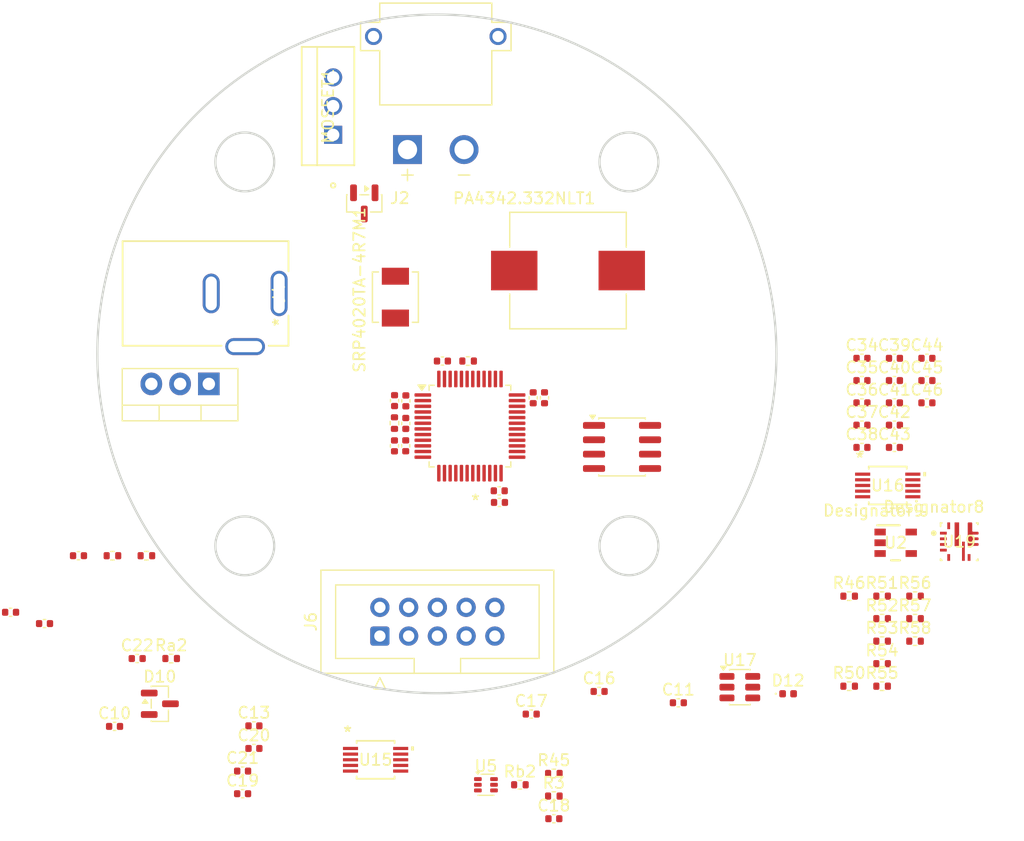
<source format=kicad_pcb>
(kicad_pcb (version 20241229) (generator "pcbnew") (generator_version "9.0")
  (layers (0 "F.Cu" signal) (4 "In1.Cu" signal) (6 "In2.Cu" signal) (2 "B.Cu" signal) (13 "F.Paste" user) (15 "B.Paste" user) (5 "F.SilkS" user "F.Silkscreen") (7 "B.SilkS" user "B.Silkscreen") (1 "F.Mask" user) (3 "B.Mask" user) (25 "Edge.Cuts" user))
  (net 0 "")
  (net 1 "GND")
  (net 2 "Net-(MOSFET1-D)")
  (net 3 "Net-(U2-IN)")
  (net 4 "5VLOGIC")
  (net 5 "VBUS_RAW")
  (net 6 "5VSERVO")
  (net 7 "VBAT")
  (net 11 "SWCLK3")
  (net 12 "Net-(U1-BOOT0)")
  (net 15 "PA_+")
  (net 19 "Net-(U19-SS)")
  (net 20 "Net-(C40-Pad1)")
  (net 25 "Net-(U19-SW)")
  (net 27 "Net-(U19-FB)")
  (net 28 "Net-(C41-Pad1)")
  (net 29 "3.3V")
  (net 30 "PGND2")
  (net 36 "BATTERY_CURRENT_CS")
  (net 39 "5VSERVO_BS")
  (net 41 "SPI_CLK")
  (net 45 "SWDIO")
  (net 47 "CAN_BUS+-")
  (net 48 "NRST")
  (net 52 "SPI_MISO")
  (net 55 "SPI_MOSI")
  (net 56 "PA_-")
  (net 58 "CAN_BUS+")
  (net 59 "CAN_RX")
  (net 60 "CAN_TX")
  (net 61 "Net-(U5-EN)")
  (net 62 "Net-(U5-SW)")
  (net 63 "Net-(U5-FB)")
  (net 64 "Net-(U5-BST)")
  (net 65 "Net-(D12-A)")
  (net 66 "Net-(D12-K)")
  (net 68 "Net-(C15-Pad1)")
  (net 69 "Net-(MOSFET1-G)")
  (net 70 "VBAT_BS")
  (net 71 "Net-(U19-MODE)")
  (net 72 "Net-(U19-EN)")
  (net 73 "Net-(U19-BOOT)")
  (net 74 "Net-(R55-Pad2)")
  (net 75 "SERVO_CURRENT_CS")
  (net 78 "Net-(D14-A)")
  (footprint "Resistor_SMD:R_0402_1005Metric" (layer "F.Cu") (at 121.25 98.96)
    (property "Reference" "R2" (hide yes))
    (property "Value" "60 Ω" (hide yes))
    (pad "1" smd roundrect (at -0.51 0) (size 0.54 0.64) (layers "F.Cu" "F.Mask" "F.Paste") (net 58 "CAN_BUS+"))
    (pad "2" smd roundrect (at 0.51 0) (size 0.54 0.64) (layers "F.Cu" "F.Mask" "F.Paste") (net 68 "Net-(C15-Pad1)"))
  )
  (footprint "Capacitor_SMD:C_0402_1005Metric" (layer "F.Cu") (at 133.75 114)
    (property "Reference" "C13" (at 0 -1.16 0) (layer "F.SilkS"))
    (property "Value" "100nF")
    (pad "1" smd roundrect (at -0.48 0) (size 0.56 0.62) (layers "F.Cu" "F.Mask" "F.Paste") (net 4 "5VLOGIC"))
    (pad "2" smd roundrect (at 0.48 0) (size 0.56 0.62) (layers "F.Cu" "F.Mask" "F.Paste") (net 1 "GND"))
  )
  (footprint "Capacitor_SMD:C_0402_1005Metric" (layer "F.Cu") (at 112.25 103.96)
    (property "Reference" "C14" (hide yes))
    (property "Value" "100nF" (hide yes))
    (pad "1" smd roundrect (at -0.48 0) (size 0.56 0.62) (layers "F.Cu" "F.Mask" "F.Paste") (net 29 "3.3V"))
    (pad "2" smd roundrect (at 0.48 0) (size 0.56 0.62) (layers "F.Cu" "F.Mask" "F.Paste") (net 4 "5VLOGIC"))
  )
  (footprint "Capacitor_SMD:C_0402_1005Metric" (layer "F.Cu") (at 187.4719 83.4754)
    (property "Reference" "C35" (at 0 -1.16 0) (layer "F.SilkS"))
    (property "Value" "100nF")
    (pad "1" smd roundrect (at -0.48 0) (size 0.56 0.62) (layers "F.Cu" "F.Mask" "F.Paste") (net 29 "3.3V"))
    (pad "2" smd roundrect (at 0.48 0) (size 0.56 0.62) (layers "F.Cu" "F.Mask" "F.Paste") (net 1 "GND"))
  )
  (footprint "Capacitor_SMD:C_0402_1005Metric" (layer "F.Cu") (at 118.25 98.96)
    (property "Reference" "C15" (hide yes))
    (property "Value" "47 uF" (hide yes))
    (pad "1" smd roundrect (at -0.48 0) (size 0.56 0.62) (layers "F.Cu" "F.Mask" "F.Paste") (net 68 "Net-(C15-Pad1)"))
    (pad "2" smd roundrect (at 0.48 0) (size 0.56 0.62) (layers "F.Cu" "F.Mask" "F.Paste") (net 1 "GND"))
  )
  (footprint "Capacitor_SMD:C_0402_1005Metric" (layer "F.Cu") (at 159.425 85 -90)
    (property "Reference" "C9" (hide yes))
    (property "Value" "100 nF" (hide yes))
    (pad "1" smd roundrect (at -0.48 0 270) (size 0.56 0.62) (layers "F.Cu" "F.Mask" "F.Paste") (net 29 "3.3V"))
    (pad "2" smd roundrect (at 0.48 0 270) (size 0.56 0.62) (layers "F.Cu" "F.Mask" "F.Paste") (net 1 "GND"))
  )
  (footprint "LED_SMD:LED_0402_1005Metric" (layer "F.Cu") (at 180.9469 111.1654)
    (property "Reference" "D12" (at 0 -1.17 0) (layer "F.SilkS"))
    (property "Value" "RED LED")
    (pad "1" smd roundrect (at -0.485 0) (size 0.59 0.64) (layers "F.Cu" "F.Mask" "F.Paste") (net 66 "Net-(D12-K)"))
    (pad "2" smd roundrect (at 0.485 0) (size 0.59 0.64) (layers "F.Cu" "F.Mask" "F.Paste") (net 65 "Net-(D12-A)"))
  )
  (footprint "Resistor_SMD:R_0402_1005Metric" (layer "F.Cu") (at 186.3419 102.5354)
    (property "Reference" "R46" (at 0 -1.17 0) (layer "F.SilkS"))
    (property "Value" "10 mΩ")
    (pad "1" smd roundrect (at -0.51 0) (size 0.54 0.64) (layers "F.Cu" "F.Mask" "F.Paste") (net 39 "5VSERVO_BS"))
    (pad "2" smd roundrect (at 0.51 0) (size 0.54 0.64) (layers "F.Cu" "F.Mask" "F.Paste") (net 6 "5VSERVO"))
  )
  (footprint "Resistor_SMD:R_0402_1005Metric" (layer "F.Cu") (at 160.25 118.21)
    (property "Reference" "R45" (at 0 -1.17 0) (layer "F.SilkS"))
    (property "Value" "10 mΩ")
    (pad "1" smd roundrect (at -0.51 0) (size 0.54 0.64) (layers "F.Cu" "F.Mask" "F.Paste") (net 70 "VBAT_BS"))
    (pad "2" smd roundrect (at 0.51 0) (size 0.54 0.64) (layers "F.Cu" "F.Mask" "F.Paste") (net 7 "VBAT"))
  )
  (footprint "Resistor_SMD:R_0402_1005Metric" (layer "F.Cu") (at 186.3419 110.4954)
    (property "Reference" "R50" (at 0 -1.17 0) (layer "F.SilkS"))
    (property "Value" "3.3k Ω")
    (pad "1" smd roundrect (at -0.51 0) (size 0.54 0.64) (layers "F.Cu" "F.Mask" "F.Paste") (net 4 "5VLOGIC"))
    (pad "2" smd roundrect (at 0.51 0) (size 0.54 0.64) (layers "F.Cu" "F.Mask" "F.Paste") (net 65 "Net-(D12-A)"))
  )
  (footprint "Capacitor_SMD:C_0402_1005Metric" (layer "F.Cu") (at 193.2119 81.5054)
    (property "Reference" "C44" (at 0 -1.16 0) (layer "F.SilkS"))
    (property "Value" "22 uF")
    (pad "1" smd roundrect (at -0.48 0) (size 0.56 0.62) (layers "F.Cu" "F.Mask" "F.Paste") (net 39 "5VSERVO_BS"))
    (pad "2" smd roundrect (at 0.48 0) (size 0.56 0.62) (layers "F.Cu" "F.Mask" "F.Paste") (net 30 "PGND2"))
  )
  (footprint "Resistor_SMD:R_0402_1005Metric" (layer "F.Cu") (at 192.1619 102.5354)
    (property "Reference" "R56" (at 0 -1.17 0) (layer "F.SilkS"))
    (property "Value" "73.2 Ω")
    (pad "1" smd roundrect (at -0.51 0) (size 0.54 0.64) (layers "F.Cu" "F.Mask" "F.Paste") (net 74 "Net-(R55-Pad2)"))
    (pad "2" smd roundrect (at 0.51 0) (size 0.54 0.64) (layers "F.Cu" "F.Mask" "F.Paste") (net 27 "Net-(U19-FB)"))
  )
  (footprint "Capacitor_SMD:C_0402_1005Metric" (layer "F.Cu") (at 187.4719 87.4154)
    (property "Reference" "C37" (at 0 -1.16 0) (layer "F.SilkS"))
    (property "Value" "0.1 uF")
    (pad "1" smd roundrect (at -0.48 0) (size 0.56 0.62) (layers "F.Cu" "F.Mask" "F.Paste") (net 7 "VBAT"))
    (pad "2" smd roundrect (at 0.48 0) (size 0.56 0.62) (layers "F.Cu" "F.Mask" "F.Paste") (net 1 "GND"))
  )
  (footprint "Package_QFP:LQFP-48_7x7mm_P0.5mm" (layer "F.Cu") (at 152.8375 87.5)
    (property "Reference" "U1" (hide yes))
    (property "Value" "STM32F072C8Tx" (hide yes))
    (pad "1" smd roundrect (at -4.1625 -2.75) (size 1.475 0.3) (layers "F.Cu" "F.Mask" "F.Paste") (net 29 "3.3V"))
    (pad "2" smd roundrect (at -4.1625 -2.25) (size 1.475 0.3) (layers "F.Cu" "F.Mask" "F.Paste"))
    (pad "3" smd roundrect (at -4.1625 -1.75) (size 1.475 0.3) (layers "F.Cu" "F.Mask" "F.Paste"))
    (pad "4" smd roundrect (at -4.1625 -1.25) (size 1.475 0.3) (layers "F.Cu" "F.Mask" "F.Paste"))
    (pad "5" smd roundrect (at -4.1625 -0.75) (size 1.475 0.3) (layers "F.Cu" "F.Mask" "F.Paste"))
    (pad "6" smd roundrect (at -4.1625 -0.25) (size 1.475 0.3) (layers "F.Cu" "F.Mask" "F.Paste"))
    (pad "7" smd roundrect (at -4.1625 0.25) (size 1.475 0.3) (layers "F.Cu" "F.Mask" "F.Paste") (net 48 "NRST"))
    (pad "8" smd roundrect (at -4.1625 0.75) (size 1.475 0.3) (layers "F.Cu" "F.Mask" "F.Paste") (net 1 "GND"))
    (pad "9" smd roundrect (at -4.1625 1.25) (size 1.475 0.3) (layers "F.Cu" "F.Mask" "F.Paste") (net 29 "3.3V"))
    (pad "10" smd roundrect (at -4.1625 1.75) (size 1.475 0.3) (layers "F.Cu" "F.Mask" "F.Paste"))
    (pad "11" smd roundrect (at -4.1625 2.25) (size 1.475 0.3) (layers "F.Cu" "F.Mask" "F.Paste"))
    (pad "12" smd roundrect (at -4.1625 2.75) (size 1.475 0.3) (layers "F.Cu" "F.Mask" "F.Paste"))
    (pad "13" smd roundrect (at -2.75 4.1625) (size 0.3 1.475) (layers "F.Cu" "F.Mask" "F.Paste"))
    (pad "14" smd roundrect (at -2.25 4.1625) (size 0.3 1.475) (layers "F.Cu" "F.Mask" "F.Paste"))
    (pad "15" smd roundrect (at -1.75 4.1625) (size 0.3 1.475) (layers "F.Cu" "F.Mask" "F.Paste") (net 41 "SPI_CLK"))
    (pad "16" smd roundrect (at -1.25 4.1625) (size 0.3 1.475) (layers "F.Cu" "F.Mask" "F.Paste") (net 52 "SPI_MISO"))
    (pad "17" smd roundrect (at -0.75 4.1625) (size 0.3 1.475) (layers "F.Cu" "F.Mask" "F.Paste") (net 55 "SPI_MOSI"))
    (pad "18" smd roundrect (at -0.25 4.1625) (size 0.3 1.475) (layers "F.Cu" "F.Mask" "F.Paste"))
    (pad "19" smd roundrect (at 0.25 4.1625) (size 0.3 1.475) (layers "F.Cu" "F.Mask" "F.Paste"))
    (pad "20" smd roundrect (at 0.75 4.1625) (size 0.3 1.475) (layers "F.Cu" "F.Mask" "F.Paste"))
    (pad "21" smd roundrect (at 1.25 4.1625) (size 0.3 1.475) (layers "F.Cu" "F.Mask" "F.Paste"))
    (pad "22" smd roundrect (at 1.75 4.1625) (size 0.3 1.475) (layers "F.Cu" "F.Mask" "F.Paste"))
    (pad "23" smd roundrect (at 2.25 4.1625) (size 0.3 1.475) (layers "F.Cu" "F.Mask" "F.Paste") (net 1 "GND"))
    (pad "24" smd roundrect (at 2.75 4.1625) (size 0.3 1.475) (layers "F.Cu" "F.Mask" "F.Paste") (net 29 "3.3V"))
    (pad "25" smd roundrect (at 4.1625 2.75) (size 1.475 0.3) (layers "F.Cu" "F.Mask" "F.Paste"))
    (pad "26" smd roundrect (at 4.1625 2.25) (size 1.475 0.3) (layers "F.Cu" "F.Mask" "F.Paste"))
    (pad "27" smd roundrect (at 4.1625 1.75) (size 1.475 0.3) (layers "F.Cu" "F.Mask" "F.Paste") (net 36 "BATTERY_CURRENT_CS"))
    (pad "28" smd roundrect (at 4.1625 1.25) (size 1.475 0.3) (layers "F.Cu" "F.Mask" "F.Paste") (net 75 "SERVO_CURRENT_CS"))
    (pad "29" smd roundrect (at 4.1625 0.75) (size 1.475 0.3) (layers "F.Cu" "F.Mask" "F.Paste"))
    (pad "30" smd roundrect (at 4.1625 0.25) (size 1.475 0.3) (layers "F.Cu" "F.Mask" "F.Paste"))
    (pad "31" smd roundrect (at 4.1625 -0.25) (size 1.475 0.3) (layers "F.Cu" "F.Mask" "F.Paste"))
    (pad "32" smd roundrect (at 4.1625 -0.75) (size 1.475 0.3) (layers "F.Cu" "F.Mask" "F.Paste") (net 56 "PA_-"))
    (pad "33" smd roundrect (at 4.1625 -1.25) (size 1.475 0.3) (layers "F.Cu" "F.Mask" "F.Paste") (net 15 "PA_+"))
    (pad "34" smd roundrect (at 4.1625 -1.75) (size 1.475 0.3) (layers "F.Cu" "F.Mask" "F.Paste") (net 45 "SWDIO"))
    (pad "35" smd roundrect (at 4.1625 -2.25) (size 1.475 0.3) (layers "F.Cu" "F.Mask" "F.Paste") (net 1 "GND"))
    (pad "36" smd roundrect (at 4.1625 -2.75) (size 1.475 0.3) (layers "F.Cu" "F.Mask" "F.Paste") (net 29 "3.3V"))
    (pad "37" smd roundrect (at 2.75 -4.1625) (size 0.3 1.475) (layers "F.Cu" "F.Mask" "F.Paste") (net 11 "SWCLK3"))
    (pad "38" smd roundrect (at 2.25 -4.1625) (size 0.3 1.475) (layers "F.Cu" "F.Mask" "F.Paste"))
    (pad "39" smd roundrect (at 1.75 -4.1625) (size 0.3 1.475) (layers "F.Cu" "F.Mask" "F.Paste"))
    (pad "40" smd roundrect (at 1.25 -4.1625) (size 0.3 1.475) (layers "F.Cu" "F.Mask" "F.Paste"))
    (pad "41" smd roundrect (at 0.75 -4.1625) (size 0.3 1.475) (layers "F.Cu" "F.Mask" "F.Paste"))
    (pad "42" smd roundrect (at 0.25 -4.1625) (size 0.3 1.475) (layers "F.Cu" "F.Mask" "F.Paste"))
    (pad "43" smd roundrect (at -0.25 -4.1625) (size 0.3 1.475) (layers "F.Cu" "F.Mask" "F.Paste"))
    (pad "44" smd roundrect (at -0.75 -4.1625) (size 0.3 1.475) (layers "F.Cu" "F.Mask" "F.Paste") (net 12 "Net-(U1-BOOT0)"))
    (pad "45" smd roundrect (at -1.25 -4.1625) (size 0.3 1.475) (layers "F.Cu" "F.Mask" "F.Paste"))
    (pad "46" smd roundrect (at -1.75 -4.1625) (size 0.3 1.475) (layers "F.Cu" "F.Mask" "F.Paste"))
    (pad "47" smd roundrect (at -2.25 -4.1625) (size 0.3 1.475) (layers "F.Cu" "F.Mask" "F.Paste") (net 1 "GND"))
    (pad "48" smd roundrect (at -2.75 -4.1625) (size 0.3 1.475) (layers "F.Cu" "F.Mask" "F.Paste") (net 29 "3.3V"))
  )
  (footprint "Foinse Footprints:RPA0010A-MFG" (layer "F.Cu") (at 196.066902 97.715399)
    (property "Reference" "U19" (at 0 0 0) (layer "F.SilkS"))
    (property "Value" "TPS56A37RPAR")
    (fp_poly (pts (xy 0.800001 -1.699999) (xy 0.750001 -1.649999) (xy 0.750001 0.349999) (xy 0.800001 0.399999) (xy 1.15 0.399999) (xy 1.15 0.375001) (xy 1.659999 0.375001) (xy 1.709999 0.325001) (xy 1.709999 0.175001) (xy 1.659999 0.125001) (xy 1.15 0.125001) (xy 1.15 -0.125001) (xy 1.659999 -0.125001) (xy 1.709999 -0.175001) (xy 1.709999 -0.325001) (xy 1.659999 -0.375001) (xy 1.15 -0.375001) (xy 1.15 -0.625) (xy 1.659999 -0.625) (xy 1.709999 -0.675) (xy 1.709999 -0.825) (xy 1.659999 -0.875) (xy 1.2 -0.875) (xy 1.15 -0.924999) (xy 1.15 -1.649999) (xy 1.1 -1.699999)) (fill yes) (layer "F.Cu"))
    (fp_text user "Designator8" (at -2.2352 -3.0734 0) (layer "F.SilkS"))
    (pad "1" smd rect (at -1.4 -0.750001) (size 0.599999 0.249999) (layers "F.Cu" "F.Mask" "F.Paste") (net 72 "Net-(U19-EN)"))
    (pad "2" smd rect (at -1.4 -0.25) (size 0.599999 0.249999) (layers "F.Cu" "F.Mask" "F.Paste") (net 27 "Net-(U19-FB)"))
    (pad "3" smd rect (at -1.4 0.25) (size 0.599999 0.249999) (layers "F.Cu" "F.Mask" "F.Paste") (net 1 "GND"))
    (pad "4" smd rect (at -1.4 0.750001) (size 0.599999 0.249999) (layers "F.Cu" "F.Mask" "F.Paste"))
    (pad "5" smd rect (at -0.930001 1.4 90) (size 0.599999 0.249999) (layers "F.Cu" "F.Mask" "F.Paste") (net 19 "Net-(U19-SS)"))
    (pad "6" smd rect (at 0.369999 0.850001) (size 0.249999 1.699999) (layers "F.Cu" "F.Mask") (net 25 "Net-(U19-SW)"))
    (pad "7" smd rect (at 0.870001 1.4 90) (size 0.599999 0.249999) (layers "F.Cu" "F.Mask" "F.Paste") (net 73 "Net-(U19-BOOT)"))
    (pad "8" smd circle (at 0.989998 -0.800001) (size 0.349905 0.349905) (layers "F.Cu" "F.Mask" "F.Paste") (net 7 "VBAT"))
    (pad "9" smd rect (at -0.21 -0.650001) (size 0.399999 2.100001) (layers "F.Cu" "F.Mask") (net 30 "PGND2"))
    (pad "10" smd rect (at -0.930001 -1.4 90) (size 0.599999 0.249999) (layers "F.Cu" "F.Mask" "F.Paste") (net 71 "Net-(U19-MODE)"))
  )
  (footprint "Capacitor_SMD:C_0402_1005Metric" (layer "F.Cu") (at 121.4375 114.05)
    (property "Reference" "C10" (at 0 -1.16 0) (layer "F.SilkS"))
    (property "Value" "100nF")
    (pad "1" smd roundrect (at -0.48 0) (size 0.56 0.62) (layers "F.Cu" "F.Mask" "F.Paste") (net 3 "Net-(U2-IN)"))
    (pad "2" smd roundrect (at 0.48 0) (size 0.56 0.62) (layers "F.Cu" "F.Mask" "F.Paste") (net 1 "GND"))
  )
  (footprint "Foinse Footprints:PJ-002AH_CUD" (layer "F.Cu") (at 135.97573 75.77375 90)
    (property "Reference" "J4" (at 0 0 90) (layer "F.SilkS"))
    (property "Value" "PJ-002AH")
    (fp_text user "*" (at -2.54 0 90) (layer "F.SilkS"))
    (fp_text user "*" (at -2.54 0 90) (layer "F.SilkS"))
    (pad "" np_thru_hole oval (at -4.699 -2.99974 90) (size 1.4986 3.5052) (drill oval 0.9906 2.9972) (layers "*.Cu" "*.Mask"))
    (pad "" np_thru_hole oval (at 0 -5.99948 90) (size 3.5052 1.4986) (drill oval 2.9972 0.9906) (layers "*.Cu" "*.Mask"))
    (pad "" np_thru_hole oval (at 0 0 90) (size 4.0132 1.4986) (drill oval 3.5052 0.9906) (layers "*.Cu" "*.Mask"))
  )
  (footprint "Capacitor_SMD:C_0402_1005Metric" (layer "F.Cu") (at 150.405 81.75)
    (property "Reference" "C2" (hide yes))
    (property "Value" "100 nF" (hide yes))
    (pad "1" smd roundrect (at -0.48 0) (size 0.56 0.62) (layers "F.Cu" "F.Mask" "F.Paste") (net 29 "3.3V"))
    (pad "2" smd roundrect (at 0.48 0) (size 0.56 0.62) (layers "F.Cu" "F.Mask" "F.Paste") (net 1 "GND"))
  )
  (footprint "Capacitor_SMD:C_0402_1005Metric" (layer "F.Cu") (at 190.3419 83.4754)
    (property "Reference" "C40" (at 0 -1.16 0) (layer "F.SilkS"))
    (property "Value" "0.1 uF")
    (pad "1" smd roundrect (at -0.48 0) (size 0.56 0.62) (layers "F.Cu" "F.Mask" "F.Paste") (net 20 "Net-(C40-Pad1)"))
    (pad "2" smd roundrect (at 0.48 0) (size 0.56 0.62) (layers "F.Cu" "F.Mask" "F.Paste") (net 25 "Net-(U19-SW)"))
  )
  (footprint "Capacitor_SMD:C_0402_1005Metric" (layer "F.Cu") (at 155.425 93.221626 180)
    (property "Reference" "C3" (hide yes))
    (property "Value" "100 nF" (hide yes))
    (pad "1" smd roundrect (at -0.48 0 180) (size 0.56 0.62) (layers "F.Cu" "F.Mask" "F.Paste") (net 29 "3.3V"))
    (pad "2" smd roundrect (at 0.48 0 180) (size 0.56 0.62) (layers "F.Cu" "F.Mask" "F.Paste") (net 1 "GND"))
  )
  (footprint "Package_TO_SOT_SMD:SOT-23" (layer "F.Cu") (at 125.4375 112.05)
    (property "Reference" "D10" (at 0 -2.4 0) (layer "F.SilkS"))
    (property "Value" "BAT54C")
    (pad "1" smd roundrect (at -0.9375 -0.95) (size 1.475 0.6) (layers "F.Cu" "F.Mask" "F.Paste") (net 5 "VBUS_RAW"))
    (pad "2" smd roundrect (at -0.9375 0.95) (size 1.475 0.6) (layers "F.Cu" "F.Mask" "F.Paste") (net 4 "5VLOGIC"))
    (pad "3" smd roundrect (at 0.9375 0) (size 1.475 0.6) (layers "F.Cu" "F.Mask" "F.Paste") (net 3 "Net-(U2-IN)"))
  )
  (footprint "Capacitor_SMD:C_0402_1005Metric" (layer "F.Cu") (at 115.25 104.96)
    (property "Reference" "C12" (hide yes))
    (property "Value" "47 uF" (hide yes))
    (pad "1" smd roundrect (at -0.48 0) (size 0.56 0.62) (layers "F.Cu" "F.Mask" "F.Paste") (net 4 "5VLOGIC"))
    (pad "2" smd roundrect (at 0.48 0) (size 0.56 0.62) (layers "F.Cu" "F.Mask" "F.Paste") (net 1 "GND"))
  )
  (footprint "Foinse Footprints:IND_PA4342.332NLT" (layer "F.Cu") (at 161.5 73.75)
    (property "Reference" "PA4342.332NLT1" (at -3.875 -6.385 0) (layer "F.SilkS"))
    (property "Value" "3.3 uH")
    (pad "1" smd rect (at -4.75 0) (size 4.1 3.5) (layers "F.Cu" "F.Mask" "F.Paste") (net 25 "Net-(U19-SW)"))
    (pad "2" smd rect (at 4.75 0) (size 4.1 3.5) (layers "F.Cu" "F.Mask" "F.Paste") (net 39 "5VSERVO_BS"))
  )
  (footprint "Resistor_SMD:R_0402_1005Metric" (layer "F.Cu") (at 152.675 81.75)
    (property "Reference" "R5" (hide yes))
    (property "Value" "10kΩ" (hide yes))
    (pad "1" smd roundrect (at -0.51 0) (size 0.54 0.64) (layers "F.Cu" "F.Mask" "F.Paste") (net 12 "Net-(U1-BOOT0)"))
    (pad "2" smd roundrect (at 0.51 0) (size 0.54 0.64) (layers "F.Cu" "F.Mask" "F.Paste") (net 1 "GND"))
  )
  (footprint "Capacitor_SMD:C_0402_1005Metric" (layer "F.Cu") (at 132.75 120)
    (property "Reference" "C19" (at 0 -1.16 0) (layer "F.SilkS"))
    (property "Value" "22 uF")
    (pad "1" smd roundrect (at -0.48 0) (size 0.56 0.62) (layers "F.Cu" "F.Mask" "F.Paste") (net 4 "5VLOGIC"))
    (pad "2" smd roundrect (at 0.48 0) (size 0.56 0.62) (layers "F.Cu" "F.Mask" "F.Paste") (net 1 "GND"))
  )
  (footprint "Capacitor_SMD:C_0402_1005Metric" (layer "F.Cu") (at 190.3419 87.4154)
    (property "Reference" "C42" (at 0 -1.16 0) (layer "F.SilkS"))
    (property "Value" "22 uF")
    (pad "1" smd roundrect (at -0.48 0) (size 0.56 0.62) (layers "F.Cu" "F.Mask" "F.Paste") (net 39 "5VSERVO_BS"))
    (pad "2" smd roundrect (at 0.48 0) (size 0.56 0.62) (layers "F.Cu" "F.Mask" "F.Paste") (net 30 "PGND2"))
  )
  (footprint "Capacitor_SMD:C_0402_1005Metric" (layer "F.Cu") (at 132.75 118)
    (property "Reference" "C21" (at 0 -1.16 0) (layer "F.SilkS"))
    (property "Value" "22 uF")
    (pad "1" smd roundrect (at -0.48 0) (size 0.56 0.62) (layers "F.Cu" "F.Mask" "F.Paste") (net 4 "5VLOGIC"))
    (pad "2" smd roundrect (at 0.48 0) (size 0.56 0.62) (layers "F.Cu" "F.Mask" "F.Paste") (net 1 "GND"))
  )
  (footprint "footprints:AMASS_XT30PW-M" (layer "F.Cu") (at 149.818239 53.05599)
    (property "Reference" "J2" (at -3.175 14.2875 0) (layer "F.SilkS"))
    (property "Value" "XT30PW-M")
    (pad "N" thru_hole circle (at 2.5 10) (size 2.55 2.55) (drill 1.7) (layers "*.Cu" "*.Mask") (net 1 "GND"))
    (pad "P" thru_hole rect (at -2.5 10) (size 2.55 2.55) (drill 1.7) (layers "*.Cu" "*.Mask") (net 2 "Net-(MOSFET1-D)"))
    (pad "S1" thru_hole circle (at 5.5 0) (size 1.508 1.508) (drill 1) (layers "*.Cu" "*.Mask"))
    (pad "S2" thru_hole circle (at -5.5 0) (size 1.508 1.508) (drill 1) (layers "*.Cu" "*.Mask"))
  )
  (footprint "Connector_IDC:IDC-Header_2x05_P2.54mm_Vertical" (layer "F.Cu") (at 144.879416 106.064542 90)
    (property "Reference" "J6" (at 1.27 -6.1 90) (layer "F.SilkS"))
    (property "Value" "JTAG-10 PIN")
    (pad "1" thru_hole roundrect (at 0 0 90) (size 1.7 1.7) (drill 1) (layers "*.Cu" "*.Mask") (roundrect_rratio 0.147059) (net 48 "NRST"))
    (pad "2" thru_hole circle (at 2.54 0 90) (size 1.7 1.7) (drill 1) (layers "*.Cu" "*.Mask") (net 11 "SWCLK3"))
    (pad "3" thru_hole circle (at 0 2.54 90) (size 1.7 1.7) (drill 1) (layers "*.Cu" "*.Mask"))
    (pad "4" thru_hole circle (at 2.54 2.54 90) (size 1.7 1.7) (drill 1) (layers "*.Cu" "*.Mask") (net 45 "SWDIO"))
    (pad "5" thru_hole circle (at 0 5.08 90) (size 1.7 1.7) (drill 1) (layers "*.Cu" "*.Mask") (net 1 "GND"))
    (pad "6" thru_hole circle (at 2.54 5.08 90) (size 1.7 1.7) (drill 1) (layers "*.Cu" "*.Mask") (net 1 "GND"))
    (pad "7" thru_hole circle (at 0 7.62 90) (size 1.7 1.7) (drill 1) (layers "*.Cu" "*.Mask") (net 29 "3.3V"))
    (pad "8" thru_hole circle (at 2.54 7.62 90) (size 1.7 1.7) (drill 1) (layers "*.Cu" "*.Mask") (net 29 "3.3V"))
    (pad "9" thru_hole circle (at 0 10.16 90) (size 1.7 1.7) (drill 1) (layers "*.Cu" "*.Mask"))
    (pad "10" thru_hole circle (at 2.54 10.16 90) (size 1.7 1.7) (drill 1) (layers "*.Cu" "*.Mask"))
  )
  (footprint "Capacitor_SMD:C_0402_1005Metric" (layer "F.Cu") (at 187.4719 81.5054)
    (property "Reference" "C34" (at 0 -1.16 0) (layer "F.SilkS"))
    (property "Value" "100nF")
    (pad "1" smd roundrect (at -0.48 0) (size 0.56 0.62) (layers "F.Cu" "F.Mask" "F.Paste") (net 29 "3.3V"))
    (pad "2" smd roundrect (at 0.48 0) (size 0.56 0.62) (layers "F.Cu" "F.Mask" "F.Paste") (net 1 "GND"))
  )
  (footprint "Capacitor_SMD:C_0402_1005Metric" (layer "F.Cu") (at 147.175 85.27 -90)
    (property "Reference" "C1" (hide yes))
    (property "Value" "100 nF" (hide yes))
    (pad "1" smd roundrect (at -0.48 0 270) (size 0.56 0.62) (layers "F.Cu" "F.Mask" "F.Paste") (net 29 "3.3V"))
    (pad "2" smd roundrect (at 0.48 0 270) (size 0.56 0.62) (layers "F.Cu" "F.Mask" "F.Paste") (net 1 "GND"))
  )
  (footprint "Capacitor_SMD:C_0402_1005Metric" (layer "F.Cu") (at 190.3419 85.4454)
    (property "Reference" "C41" (at 0 -1.16 0) (layer "F.SilkS"))
    (property "Value" "150 pF")
    (pad "1" smd roundrect (at -0.48 0) (size 0.56 0.62) (layers "F.Cu" "F.Mask" "F.Paste") (net 28 "Net-(C41-Pad1)"))
    (pad "2" smd roundrect (at 0.48 0) (size 0.56 0.62) (layers "F.Cu" "F.Mask" "F.Paste") (net 27 "Net-(U19-FB)"))
  )
  (footprint "Capacitor_SMD:C_0402_1005Metric" (layer "F.Cu") (at 133.75 116)
    (property "Reference" "C20" (at 0 -1.16 0) (layer "F.SilkS"))
    (property "Value" "100 nF")
    (pad "1" smd roundrect (at -0.48 0) (size 0.56 0.62) (layers "F.Cu" "F.Mask" "F.Paste") (net 4 "5VLOGIC"))
    (pad "2" smd roundrect (at 0.48 0) (size 0.56 0.62) (layers "F.Cu" "F.Mask" "F.Paste") (net 1 "GND"))
  )
  (footprint "Capacitor_SMD:C_0402_1005Metric" (layer "F.Cu") (at 155.445 94.25 180)
    (property "Reference" "C4" (hide yes))
    (property "Value" "100 nF" (hide yes))
    (pad "1" smd roundrect (at -0.48 0 180) (size 0.56 0.62) (layers "F.Cu" "F.Mask" "F.Paste") (net 29 "3.3V"))
    (pad "2" smd roundrect (at 0.48 0 180) (size 0.56 0.62) (layers "F.Cu" "F.Mask" "F.Paste") (net 1 "GND"))
  )
  (footprint "Capacitor_SMD:C_0402_1005Metric" (layer "F.Cu") (at 193.2119 85.4454)
    (property "Reference" "C46" (at 0 -1.16 0) (layer "F.SilkS"))
    (property "Value" "22 uF")
    (pad "1" smd roundrect (at -0.48 0) (size 0.56 0.62) (layers "F.Cu" "F.Mask" "F.Paste") (net 39 "5VSERVO_BS"))
    (pad "2" smd roundrect (at 0.48 0) (size 0.56 0.62) (layers "F.Cu" "F.Mask" "F.Paste") (net 30 "PGND2"))
  )
  (footprint "Resistor_SMD:R_0402_1005Metric" (layer "F.Cu") (at 192.1619 106.5154)
    (property "Reference" "R58" (at 0 -1.17 0) (layer "F.SilkS"))
    (property "Value" "10k Ω")
    (pad "1" smd roundrect (at -0.51 0) (size 0.54 0.64) (layers "F.Cu" "F.Mask" "F.Paste") (net 27 "Net-(U19-FB)"))
    (pad "2" smd roundrect (at 0.51 0) (size 0.54 0.64) (layers "F.Cu" "F.Mask" "F.Paste") (net 1 "GND"))
  )
  (footprint "Capacitor_SMD:C_0402_1005Metric" (layer "F.Cu") (at 123.4375 108.05)
    (property "Reference" "C22" (at 0 -1.16 0) (layer "F.SilkS"))
    (property "Value" "18 pF")
    (pad "1" smd roundrect (at -0.48 0) (size 0.56 0.62) (layers "F.Cu" "F.Mask" "F.Paste") (net 63 "Net-(U5-FB)"))
    (pad "2" smd roundrect (at 0.48 0) (size 0.56 0.62) (layers "F.Cu" "F.Mask" "F.Paste") (net 4 "5VLOGIC"))
  )
  (footprint "Capacitor_SMD:C_0402_1005Metric" (layer "F.Cu") (at 146.168003 89.25 -90)
    (property "Reference" "C6" (hide yes))
    (property "Value" "10nF" (hide yes))
    (pad "1" smd roundrect (at -0.48 0 270) (size 0.56 0.62) (layers "F.Cu" "F.Mask" "F.Paste") (net 29 "3.3V"))
    (pad "2" smd roundrect (at 0.48 0 270) (size 0.56 0.62) (layers "F.Cu" "F.Mask" "F.Paste") (net 1 "GND"))
  )
  (footprint "Capacitor_SMD:C_0402_1005Metric" (layer "F.Cu") (at 187.4719 89.3854)
    (property "Reference" "C38" (at 0 -1.16 0) (layer "F.SilkS"))
    (property "Value" "10 uF")
    (pad "1" smd roundrect (at -0.48 0) (size 0.56 0.62) (layers "F.Cu" "F.Mask" "F.Paste") (net 7 "VBAT"))
    (pad "2" smd roundrect (at 0.48 0) (size 0.56 0.62) (layers "F.Cu" "F.Mask" "F.Paste") (net 1 "GND"))
  )
  (footprint "Foinse Footprints:VSSOP_9AIDGST_TEX" (layer "F.Cu") (at 189.75 92.75)
    (property "Reference" "U16" (at 0 0 0) (layer "F.SilkS"))
    (property "Value" "INA239AIDGSR")
    (fp_text user "*" (at -2.47015 -2.422652 0) (layer "F.SilkS"))
    (fp_text user "*" (at -2.47015 -2.422652 0) (layer "F.SilkS"))
    (pad "1" smd rect (at -2.21615 -1.000252) (size 1.3335 0.2794) (layers "F.Cu" "F.Mask" "F.Paste") (net 75 "SERVO_CURRENT_CS"))
    (pad "2" smd rect (at -2.21615 -0.500126) (size 1.3335 0.2794) (layers "F.Cu" "F.Mask" "F.Paste") (net 55 "SPI_MOSI"))
    (pad "3" smd rect (at -2.21615 0) (size 1.3335 0.2794) (layers "F.Cu" "F.Mask" "F.Paste"))
    (pad "4" smd rect (at -2.21615 0.500126) (size 1.3335 0.2794) (layers "F.Cu" "F.Mask" "F.Paste") (net 52 "SPI_MISO"))
    (pad "5" smd rect (at -2.21615 1.000252) (size 1.3335 0.2794) (layers "F.Cu" "F.Mask" "F.Paste") (net 41 "SPI_CLK"))
    (pad "6" smd rect (at 2.21615 1.000252) (size 1.3335 0.2794) (layers "F.Cu" "F.Mask" "F.Paste") (net 29 "3.3V"))
    (pad "7" smd rect (at 2.21615 0.500126) (size 1.3335 0.2794) (layers "F.Cu" "F.Mask" "F.Paste") (net 1 "GND"))
    (pad "8" smd rect (at 2.21615 0) (size 1.3335 0.2794) (layers "F.Cu" "F.Mask" "F.Paste") (net 39 "5VSERVO_BS"))
    (pad "9" smd rect (at 2.21615 -0.500126) (size 1.3335 0.2794) (layers "F.Cu" "F.Mask" "F.Paste") (net 6 "5VSERVO"))
    (pad "10" smd rect (at 2.21615 -1.000252) (size 1.3335 0.2794) (layers "F.Cu" "F.Mask" "F.Paste") (net 39 "5VSERVO_BS"))
  )
  (footprint "Resistor_SMD:R_0402_1005Metric" (layer "F.Cu") (at 189.2519 102.5354)
    (property "Reference" "R51" (at 0 -1.17 0) (layer "F.SilkS"))
    (property "Value" "52.3k Ω")
    (pad "1" smd roundrect (at -0.51 0) (size 0.54 0.64) (layers "F.Cu" "F.Mask" "F.Paste") (net 71 "Net-(U19-MODE)"))
    (pad "2" smd roundrect (at 0.51 0) (size 0.54 0.64) (layers "F.Cu" "F.Mask" "F.Paste") (net 1 "GND"))
  )
  (footprint "Resistor_SMD:R_0402_1005Metric" (layer "F.Cu") (at 126.4375 108.05)
    (property "Reference" "Ra2" (at 0 -1.17 0) (layer "F.SilkS"))
    (property "Value" "220 Ω")
    (pad "1" smd roundrect (at -0.51 0) (size 0.54 0.64) (layers "F.Cu" "F.Mask" "F.Paste") (net 4 "5VLOGIC"))
    (pad "2" smd roundrect (at 0.51 0) (size 0.54 0.64) (layers "F.Cu" "F.Mask" "F.Paste") (net 63 "Net-(U5-FB)"))
  )
  (footprint "Resistor_SMD:R_0402_1005Metric" (layer "F.Cu") (at 189.2519 108.5054)
    (property "Reference" "R54" (at 0 -1.17 0) (layer "F.SilkS"))
    (property "Value" "DNP")
    (pad "1" smd roundrect (at -0.51 0) (size 0.54 0.64) (layers "F.Cu" "F.Mask" "F.Paste") (net 73 "Net-(U19-BOOT)"))
    (pad "2" smd roundrect (at 0.51 0) (size 0.54 0.64) (layers "F.Cu" "F.Mask" "F.Paste") (net 20 "Net-(C40-Pad1)"))
  )
  (footprint "Resistor_SMD:R_0402_1005Metric" (layer "F.Cu") (at 160.25 120.21)
    (property "Reference" "R3" (at 0 -1.17 0) (layer "F.SilkS"))
    (property "Value" "100k Ω")
    (pad "1" smd roundrect (at -0.51 0) (size 0.54 0.64) (layers "F.Cu" "F.Mask" "F.Paste") (net 7 "VBAT"))
    (pad "2" smd roundrect (at 0.51 0) (size 0.54 0.64) (layers "F.Cu" "F.Mask" "F.Paste") (net 61 "Net-(U5-EN)"))
  )
  (footprint "Foinse Footprints:DBV0005A_N" (layer "F.Cu") (at 190.451901 97.815401)
    (property "Reference" "U2" (at 0 0 0) (layer "F.SilkS"))
    (property "Value" "TLV70433DBVT")
    (fp_text user "Designator9" (at -1.9558 -2.8448 0) (layer "F.SilkS"))
    (pad "1" smd rect (at -1.375001 -0.950001 90) (size 0.599999 1) (layers "F.Cu" "F.Mask" "F.Paste") (net 1 "GND"))
    (pad "2" smd rect (at -1.375001 0 90) (size 0.599999 1) (layers "F.Cu" "F.Mask" "F.Paste") (net 3 "Net-(U2-IN)"))
    (pad "3" smd rect (at -1.375001 0.949998 90) (size 0.599999 1) (layers "F.Cu" "F.Mask" "F.Paste") (net 29 "3.3V"))
    (pad "4" smd rect (at 1.374999 0.949998 90) (size 0.599999 1) (layers "F.Cu" "F.Mask" "F.Paste") (net 1 "GND"))
    (pad "5" smd rect (at 1.374999 -0.950001 90) (size 0.599999 1) (layers "F.Cu" "F.Mask" "F.Paste") (net 1 "GND"))
  )
  (footprint "Resistor_SMD:R_0402_1005Metric" (layer "F.Cu") (at 157.25 119.21)
    (property "Reference" "Rb2" (at 0 -1.17 0) (layer "F.SilkS"))
    (property "Value" "30 Ω")
    (pad "1" smd roundrect (at -0.51 0) (size 0.54 0.64) (layers "F.Cu" "F.Mask" "F.Paste") (net 1 "GND"))
    (pad "2" smd roundrect (at 0.51 0) (size 0.54 0.64) (layers "F.Cu" "F.Mask" "F.Paste") (net 63 "Net-(U5-FB)"))
  )
  (footprint "Capacitor_SMD:C_0402_1005Metric" (layer "F.Cu") (at 193.2119 83.4754)
    (property "Reference" "C45" (at 0 -1.16 0) (layer "F.SilkS"))
    (property "Value" "22 uF")
    (pad "1" smd roundrect (at -0.48 0) (size 0.56 0.62) (layers "F.Cu" "F.Mask" "F.Paste") (net 39 "5VSERVO_BS"))
    (pad "2" smd roundrect (at 0.48 0) (size 0.56 0.62) (layers "F.Cu" "F.Mask" "F.Paste") (net 30 "PGND2"))
  )
  (footprint "Package_TO_SOT_THT:TO-220-3_Vertical" (layer "F.Cu") (at 129.76599 83.77275 180)
    (property "Reference" "D14" (hide yes))
    (property "Value" "D_Schottky")
    (pad "1" thru_hole rect (at 0 0 180) (size 1.905 2) (drill 1.1) (layers "*.Cu" "*.Mask") (net 70 "VBAT_BS"))
    (pad "2" thru_hole oval (at 2.54 0 180) (size 1.905 2) (drill 1.1) (layers "*.Cu" "*.Mask") (net 78 "Net-(D14-A)"))
    (pad "3" thru_hole oval (at 5.08 0 180) (size 1.905 2) (drill 1.1) (layers "*.Cu" "*.Mask"))
  )
  (footprint "Capacitor_SMD:C_0402_1005Metric" (layer "F.Cu") (at 171.25 111.96)
    (property "Reference" "C11" (at 0 -1.16 0) (layer "F.SilkS"))
    (property "Value" "1 uF")
    (pad "1" smd roundrect (at -0.48 0) (size 0.56 0.62) (layers "F.Cu" "F.Mask" "F.Paste") (net 1 "GND"))
    (pad "2" smd roundrect (at 0.48 0) (size 0.56 0.62) (layers "F.Cu" "F.Mask" "F.Paste") (net 29 "3.3V"))
  )
  (footprint "Capacitor_SMD:C_0402_1005Metric" (layer "F.Cu") (at 160.25 122.21)
    (property "Reference" "C18" (at 0 -1.16 0) (layer "F.SilkS"))
    (property "Value" "100 nF")
    (pad "1" smd roundrect (at -0.48 0) (size 0.56 0.62) (layers "F.Cu" "F.Mask" "F.Paste") (net 62 "Net-(U5-SW)"))
    (pad "2" smd roundrect (at 0.48 0) (size 0.56 0.62) (layers "F.Cu" "F.Mask" "F.Paste") (net 64 "Net-(U5-BST)"))
  )
  (footprint "Capacitor_SMD:C_0402_1005Metric" (layer "F.Cu") (at 187.4719 85.4454)
    (property "Reference" "C36" (at 0 -1.16 0) (layer "F.SilkS"))
    (property "Value" "47 nF")
    (pad "1" smd roundrect (at -0.48 0) (size 0.56 0.62) (layers "F.Cu" "F.Mask" "F.Paste") (net 19 "Net-(U19-SS)"))
    (pad "2" smd roundrect (at 0.48 0) (size 0.56 0.62) (layers "F.Cu" "F.Mask" "F.Paste") (net 1 "GND"))
  )
  (footprint "Foinse Footprints:VSSOP_9AIDGST_TEX" (layer "F.Cu") (at 144.5 117)
    (property "Reference" "U15" (at 0 0 0) (layer "F.SilkS"))
    (property "Value" "INA239AIDGSR")
    (fp_text user "*" (at -2.47015 -2.422652 0) (layer "F.SilkS"))
    (fp_text user "*" (at -2.47015 -2.422652 0) (layer "F.SilkS"))
    (pad "1" smd rect (at -2.21615 -1.000252) (size 1.3335 0.2794) (layers "F.Cu" "F.Mask" "F.Paste") (net 36 "BATTERY_CURRENT_CS"))
    (pad "2" smd rect (at -2.21615 -0.500126) (size 1.3335 0.2794) (layers "F.Cu" "F.Mask" "F.Paste") (net 55 "SPI_MOSI"))
    (pad "3" smd rect (at -2.21615 0) (size 1.3335 0.2794) (layers "F.Cu" "F.Mask" "F.Paste"))
    (pad "4" smd rect (at -2.21615 0.500126) (size 1.3335 0.2794) (layers "F.Cu" "F.Mask" "F.Paste") (net 52 "SPI_MISO"))
    (pad "5" smd rect (at -2.21615 1.000252) (size 1.3335 0.2794) (layers "F.Cu" "F.Mask" "F.Paste") (net 41 "SPI_CLK"))
    (pad "6" smd rect (at 2.21615 1.000252) (size 1.3335 0.2794) (layers "F.Cu" "F.Mask" "F.Paste") (net 29 "3.3V"))
    (pad "7" smd rect (at 2.21615 0.500126) (size 1.3335 0.2794) (layers "F.Cu" "F.Mask" "F.Paste") (net 1 "GND"))
    (pad "8" smd rect (at 2.21615 0) (size 1.3335 0.2794) (layers "F.Cu" "F.Mask" "F.Paste") (net 70 "VBAT_BS"))
    (pad "9" smd rect (at 2.21615 -0.500126) (size 1.3335 0.2794) (layers "F.Cu" "F.Mask" "F.Paste") (net 7 "VBAT"))
    (pad "10" smd rect (at 2.21615 -1.000252) (size 1.3335 0.2794) (layers "F.Cu" "F.Mask" "F.Paste") (net 70 "VBAT_BS"))
  )
  (footprint "Capacitor_SMD:C_0402_1005Metric" (layer "F.Cu") (at 190.3419 81.5054)
    (property "Reference" "C39" (at 0 -1.16 0) (layer "F.SilkS"))
    (property "Value" "10 uF")
    (pad "1" smd roundrect (at -0.48 0) (size 0.56 0.62) (layers "F.Cu" "F.Mask" "F.Paste") (net 7 "VBAT"))
    (pad "2" smd roundrect (at 0.48 0) (size 0.56 0.62) (layers "F.Cu" "F.Mask" "F.Paste") (net 1 "GND"))
  )
  (footprint "Resistor_SMD:R_0402_1005Metric" (layer "F.Cu") (at 189.2519 106.5154)
    (property "Reference" "R53" (at 0 -1.17 0) (layer "F.SilkS"))
    (property "Value" "36.1k Ω")
    (pad "1" smd roundrect (at -0.51 0) (size 0.54 0.64) (layers "F.Cu" "F.Mask" "F.Paste") (net 72 "Net-(U19-EN)"))
    (pad "2" smd roundrect (at 0.51 0) (size 0.54 0.64) (layers "F.Cu" "F.Mask" "F.Paste") (net 1 "GND"))
  )
  (footprint "Capacitor_SMD:C_0402_1005Metric" (layer "F.Cu") (at 147.161006 89.243003 -90)
    (property "Reference" "C7" (hide yes))
    (property "Value" "1uF" (hide yes))
    (pad "1" smd roundrect (at -0.48 0 270) (size 0.56 0.62) (layers "F.Cu" "F.Mask" "F.Paste") (net 29 "3.3V"))
    (pad "2" smd roundrect (at 0.48 0 270) (size 0.56 0.62) (layers "F.Cu" "F.Mask" "F.Paste") (net 1 "GND"))
  )
  (footprint "Capacitor_SMD:C_0402_1005Metric" (layer "F.Cu") (at 158.425 85 -90)
    (property "Reference" "C8" (hide yes))
    (property "Value" "4.7 uF" (hide yes))
    (pad "1" smd roundrect (at -0.48 0 270) (size 0.56 0.62) (layers "F.Cu" "F.Mask" "F.Paste") (net 29 "3.3V"))
    (pad "2" smd roundrect (at 0.48 0 270) (size 0.56 0.62) (layers "F.Cu" "F.Mask" "F.Paste") (net 1 "GND"))
  )
  (footprint "Package_SO:SOIC-8_3.9x4.9mm_P1.27mm" (layer "F.Cu") (at 166.275 89.345)
    (property "Reference" "U4" (hide yes))
    (property "Value" "TJA1051T-3" (hide yes))
    (pad "1" smd roundrect (at -2.475 -1.905) (size 1.95 0.6) (layers "F.Cu" "F.Mask" "F.Paste") (net 60 "CAN_TX"))
    (pad "2" smd roundrect (at -2.475 -0.635) (size 1.95 0.6) (layers "F.Cu" "F.Mask" "F.Paste") (net 1 "GND"))
    (pad "3" smd roundrect (at -2.475 0.635) (size 1.95 0.6) (layers "F.Cu" "F.Mask" "F.Paste") (net 4 "5VLOGIC"))
    (pad "4" smd roundrect (at -2.475 1.905) (size 1.95 0.6) (layers "F.Cu" "F.Mask" "F.Paste") (net 59 "CAN_RX"))
    (pad "5" smd roundrect (at 2.475 1.905) (size 1.95 0.6) (layers "F.Cu" "F.Mask" "F.Paste") (net 29 "3.3V"))
    (pad "6" smd roundrect (at 2.475 0.635) (size 1.95 0.6) (layers "F.Cu" "F.Mask" "F.Paste") (net 47 "CAN_BUS+-"))
    (pad "7" smd roundrect (at 2.475 -0.635) (size 1.95 0.6) (layers "F.Cu" "F.Mask" "F.Paste") (net 58 "CAN_BUS+"))
    (pad "8" smd roundrect (at 2.475 -1.905) (size 1.95 0.6) (layers "F.Cu" "F.Mask" "F.Paste") (net 1 "GND"))
  )
  (footprint "Package_TO_SOT_SMD:TSOT-23-6" (layer "F.Cu") (at 176.6819 110.5804)
    (property "Reference" "U17" (at 0 -2.4 0) (layer "F.SilkS"))
    (property "Value" "LTC4412xS6")
    (pad "1" smd roundrect (at -1.1375 -0.95) (size 1.325 0.6) (layers "F.Cu" "F.Mask" "F.Paste") (net 2 "Net-(MOSFET1-D)"))
    (pad "2" smd roundrect (at -1.1375 0) (size 1.325 0.6) (layers "F.Cu" "F.Mask" "F.Paste") (net 1 "GND"))
    (pad "3" smd roundrect (at -1.1375 0.95) (size 1.325 0.6) (layers "F.Cu" "F.Mask" "F.Paste") (net 1 "GND"))
    (pad "4" smd roundrect (at 1.1375 0.95) (size 1.325 0.6) (layers "F.Cu" "F.Mask" "F.Paste") (net 66 "Net-(D12-K)"))
    (pad "5" smd roundrect (at 1.1375 0) (size 1.325 0.6) (layers "F.Cu" "F.Mask" "F.Paste") (net 69 "Net-(MOSFET1-G)"))
    (pad "6" smd roundrect (at 1.1375 -0.95) (size 1.325 0.6) (layers "F.Cu" "F.Mask" "F.Paste") (net 70 "VBAT_BS"))
  )
  (footprint "Capacitor_SMD:C_0402_1005Metric" (layer "F.Cu") (at 190.3419 89.3854)
    (property "Reference" "C43" (at 0 -1.16 0) (layer "F.SilkS"))
    (property "Value" "22 uF")
    (pad "1" smd roundrect (at -0.48 0) (size 0.56 0.62) (layers "F.Cu" "F.Mask" "F.Paste") (net 39 "5VSERVO_BS"))
    (pad "2" smd roundrect (at 0.48 0) (size 0.56 0.62) (layers "F.Cu" "F.Mask" "F.Paste") (net 30 "PGND2"))
  )
  (footprint "Foinse Footprints:IND_SRP4020TA-4R7M" (layer "F.Cu") (at 146.25 76.1 90)
    (property "Reference" "SRP4020TA-4R7M1" (at 0.635 -3.175 90) (layer "F.SilkS"))
    (property "Value" "4.7 uH")
    (pad "1" smd rect (at -1.85 0 90) (size 1.5 2.4) (layers "F.Cu" "F.Mask" "F.Paste"))
    (pad "2" smd rect (at 1.85 0 90) (size 1.5 2.4) (layers "F.Cu" "F.Mask" "F.Paste"))
  )
  (footprint "Resistor_SMD:R_0402_1005Metric" (layer "F.Cu") (at 192.1619 104.5254)
    (property "Reference" "R57" (at 0 -1.17 0) (layer "F.SilkS"))
    (property "Value" "DNP")
    (pad "1" smd roundrect (at -0.51 0) (size 0.54 0.64) (layers "F.Cu" "F.Mask" "F.Paste") (net 28 "Net-(C41-Pad1)"))
    (pad "2" smd roundrect (at 0.51 0) (size 0.54 0.64) (layers "F.Cu" "F.Mask" "F.Paste") (net 74 "Net-(R55-Pad2)"))
  )
  (footprint "Capacitor_SMD:C_0402_1005Metric" (layer "F.Cu") (at 147.16758 87.265318 90)
    (property "Reference" "C32" (hide yes))
    (property "Value" "100nF" (hide yes))
    (pad "1" smd roundrect (at -0.48 0 90) (size 0.56 0.62) (layers "F.Cu" "F.Mask" "F.Paste") (net 48 "NRST"))
    (pad "2" smd roundrect (at 0.48 0 90) (size 0.56 0.62) (layers "F.Cu" "F.Mask" "F.Paste") (net 1 "GND"))
  )
  (footprint "Capacitor_SMD:C_0402_1005Metric" (layer "F.Cu") (at 146.175 85.25 -90)
    (property "Reference" "C5" (hide yes))
    (property "Value" "4.7 uF" (hide yes))
    (pad "1" smd roundrect (at -0.48 0 270) (size 0.56 0.62) (layers "F.Cu" "F.Mask" "F.Paste") (net 29 "3.3V"))
    (pad "2" smd roundrect (at 0.48 0 270) (size 0.56 0.62) (layers "F.Cu" "F.Mask" "F.Paste") (net 1 "GND"))
  )
  (footprint "Resistor_SMD:R_0402_1005Metric" (layer "F.Cu") (at 124.25 98.96)
    (property "Reference" "R1" (hide yes))
    (property "Value" "60 Ω" (hide yes))
    (pad "1" smd roundrect (at -0.51 0) (size 0.54 0.64) (layers "F.Cu" "F.Mask" "F.Paste") (net 68 "Net-(C15-Pad1)"))
    (pad "2" smd roundrect (at 0.51 0) (size 0.54 0.64) (layers "F.Cu" "F.Mask" "F.Paste") (net 47 "CAN_BUS+-"))
  )
  (footprint "Foinse Footprints:IPP80P03P4L04AKSA1" (layer "F.Cu") (at 140.75 61.75 90)
    (property "Reference" "MOSFET1" (at 2.54 -0.4529 90) (layer "F.SilkS"))
    (property "Value" "IPP80P03P4L04AKSA1")
    (pad "1" thru_hole rect (at 0 0 90) (size 1.6002 1.6002) (drill 1.0922) (layers "*.Cu" "*.Mask") (net 69 "Net-(MOSFET1-G)"))
    (pad "2" thru_hole circle (at 2.54 0 90) (size 1.6002 1.6002) (drill 1.0922) (layers "*.Cu" "*.Mask") (net 2 "Net-(MOSFET1-D)"))
    (pad "3" thru_hole circle (at 5.08 0 90) (size 1.6002 1.6002) (drill 1.0922) (layers "*.Cu" "*.Mask") (net 70 "VBAT_BS"))
  )
  (footprint "Resistor_SMD:R_0402_1005Metric" (layer "F.Cu") (at 189.2519 110.4954)
    (property "Reference" "R55" (at 0 -1.17 0) (layer "F.SilkS"))
    (property "Value" "49.9 Ω")
    (pad "1" smd roundrect (at -0.51 0) (size 0.54 0.64) (layers "F.Cu" "F.Mask" "F.Paste") (net 39 "5VSERVO_BS"))
    (pad "2" smd roundrect (at 0.51 0) (size 0.54 0.64) (layers "F.Cu" "F.Mask" "F.Paste") (net 74 "Net-(R55-Pad2)"))
  )
  (footprint "Resistor_SMD:R_0402_1005Metric" (layer "F.Cu") (at 146.16758 87.235318 90)
    (property "Reference" "R4" (hide yes))
    (property "Value" "10kΩ" (hide yes))
    (pad "1" smd roundrect (at -0.51 0 90) (size 0.54 0.64) (layers "F.Cu" "F.Mask" "F.Paste") (net 48 "NRST"))
    (pad "2" smd roundrect (at 0.51 0 90) (size 0.54 0.64) (layers "F.Cu" "F.Mask" "F.Paste") (net 29 "3.3V"))
  )
  (footprint "Capacitor_SMD:C_0402_1005Metric" (layer "F.Cu") (at 164.25 110.96)
    (property "Reference" "C16" (at 0 -1.16 0) (layer "F.SilkS"))
    (property "Value" "10 uF")
    (pad "1" smd roundrect (at -0.48 0) (size 0.56 0.62) (layers "F.Cu" "F.Mask" "F.Paste") (net 7 "VBAT"))
    (pad "2" smd roundrect (at 0.48 0) (size 0.56 0.62) (layers "F.Cu" "F.Mask" "F.Paste") (net 1 "GND"))
  )
  (footprint "Resistor_SMD:R_0402_1005Metric" (layer "F.Cu") (at 189.2519 104.5254)
    (property "Reference" "R52" (at 0 -1.17 0) (layer "F.SilkS"))
    (property "Value" "169k Ω")
    (pad "1" smd roundrect (at -0.51 0) (size 0.54 0.64) (layers "F.Cu" "F.Mask" "F.Paste") (net 7 "VBAT"))
    (pad "2" smd roundrect (at 0.51 0) (size 0.54 0.64) (layers "F.Cu" "F.Mask" "F.Paste") (net 72 "Net-(U19-EN)"))
  )
  (footprint "Package_TO_SOT_SMD:SOT-563" (layer "F.Cu") (at 154.25 119.21)
    (property "Reference" "U5" (at 0 -1.65 0) (layer "F.SilkS"))
    (property "Value" "TPS563203")
    (pad "1" smd roundrect (at -0.7125 -0.5) (size 0.675 0.35) (layers "F.Cu" "F.Mask" "F.Paste") (net 7 "VBAT"))
    (pad "2" smd roundrect (at -0.7125 0) (size 0.675 0.35) (layers "F.Cu" "F.Mask" "F.Paste") (net 62 "Net-(U5-SW)"))
    (pad "3" smd roundrect (at -0.7125 0.5) (size 0.675 0.35) (layers "F.Cu" "F.Mask" "F.Paste") (net 1 "GND"))
    (pad "4" smd roundrect (at 0.7125 0.5) (size 0.675 0.35) (layers "F.Cu" "F.Mask" "F.Paste") (net 64 "Net-(U5-BST)"))
    (pad "5" smd roundrect (at 0.7125 0) (size 0.675 0.35) (layers "F.Cu" "F.Mask" "F.Paste") (net 61 "Net-(U5-EN)"))
    (pad "6" smd roundrect (at 0.7125 -0.5) (size 0.675 0.35) (layers "F.Cu" "F.Mask" "F.Paste") (net 63 "Net-(U5-FB)"))
  )
  (footprint "Capacitor_SMD:C_0402_1005Metric" (layer "F.Cu") (at 158.25 112.96)
    (property "Reference" "C17" (at 0 -1.16 0) (layer "F.SilkS"))
    (property "Value" "0.1 uF")
    (pad "1" smd roundrect (at -0.48 0) (size 0.56 0.62) (layers "F.Cu" "F.Mask" "F.Paste") (net 7 "VBAT"))
    (pad "2" smd roundrect (at 0.48 0) (size 0.56 0.62) (layers "F.Cu" "F.Mask" "F.Paste") (net 1 "GND"))
  )
  (footprint "Package_TO_SOT_SMD:SOT-23" (layer "F.Cu") (at 143.5 67.8125 -90)
    (property "Reference" "D9" (hide yes))
    (property "Value" "NUP2105L")
    (pad "1" smd roundrect (at -0.9375 -0.95 270) (size 1.475 0.6) (layers "F.Cu" "F.Mask" "F.Paste") (net 58 "CAN_BUS+"))
    (pad "2" smd roundrect (at -0.9375 0.95 270) (size 1.475 0.6) (layers "F.Cu" "F.Mask" "F.Paste") (net 47 "CAN_BUS+-"))
    (pad "3" smd roundrect (at 0.9375 0 270) (size 1.475 0.6) (layers "F.Cu" "F.Mask" "F.Paste") (net 1 "GND"))
  )
  (gr_circle (center 132.943414 98.085563) (end 135.543414 98.085563) (stroke (width 0.2)) (fill no) (layer "Edge.Cuts"))
  (gr_circle (center 166.88454 64.144437) (end 169.48454 64.144437) (stroke (width 0.2)) (fill no) (layer "Edge.Cuts"))
  (gr_circle (center 149.913977 81.115) (end 179.913977 81.115) (stroke (width 0.2)) (fill no) (layer "Edge.Cuts"))
  (gr_circle (center 166.88454 98.085563) (end 169.48454 98.085563) (stroke (width 0.2)) (fill no) (layer "Edge.Cuts"))
  (gr_circle (center 132.943414 64.144437) (end 135.543414 64.144437) (stroke (width 0.2)) (fill no) (layer "Edge.Cuts"))
  (gr_text "*" (at 153.326438 94.090854 0) (layer "F.SilkS") (effects (font (size 1 1))))
)
</source>
